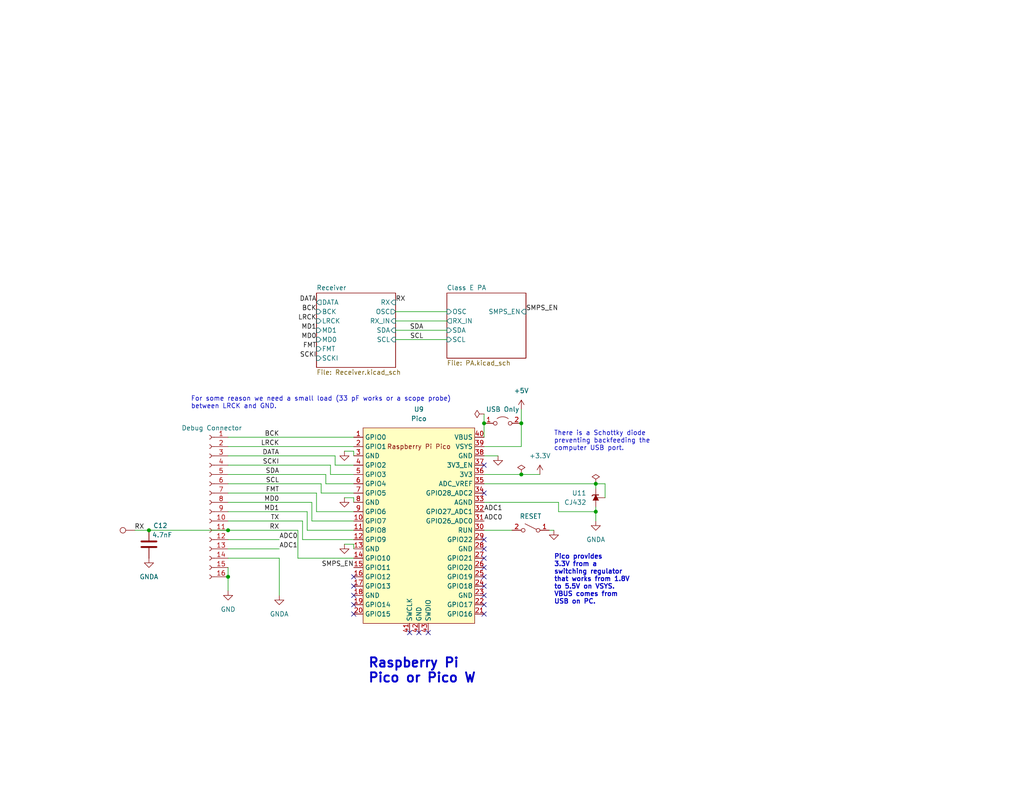
<source format=kicad_sch>
(kicad_sch (version 20230121) (generator eeschema)
  (paper "USLetter")
  (title_block (title "SDR-TRX") (date "2023-11-25") (rev "0.1") (company "Walla Walla University") (comment 1 "Rob Frohne (KL7NA)"))
  (lib_symbols
    (symbol "Connector:Conn_01x16_Socket" (pin_names (offset 1.016) hide)
      (property "Reference" "J" (at 0 20.32 0))
      (property "Value" "Conn_01x16_Socket" (at 0 -22.86 0))
      (symbol "Conn_01x16_Socket_1_1"
        (arc (start 0 -19.812) (mid -0.5058 -20.32) (end 0 -20.828) (stroke (width 0.1524)))
        (arc (start 0 -17.272) (mid -0.5058 -17.78) (end 0 -18.288) (stroke (width 0.1524)))
        (arc (start 0 -14.732) (mid -0.5058 -15.24) (end 0 -15.748) (stroke (width 0.1524)))
        (arc (start 0 -12.192) (mid -0.5058 -12.7) (end 0 -13.208) (stroke (width 0.1524)))
        (arc (start 0 -9.652) (mid -0.5058 -10.16) (end 0 -10.668) (stroke (width 0.1524)))
        (arc (start 0 -7.112) (mid -0.5058 -7.62) (end 0 -8.128) (stroke (width 0.1524)))
        (arc (start 0 -4.572) (mid -0.5058 -5.08) (end 0 -5.588) (stroke (width 0.1524)))
        (arc (start 0 -2.032) (mid -0.5058 -2.54) (end 0 -3.048) (stroke (width 0.1524)))
        (polyline (pts (xy -1.27 -20.32) (xy -0.508 -20.32)) (stroke (width 0.1524)))
        (polyline (pts (xy -1.27 -17.78) (xy -0.508 -17.78)) (stroke (width 0.1524)))
        (polyline (pts (xy -1.27 -15.24) (xy -0.508 -15.24)) (stroke (width 0.1524)))
        (polyline (pts (xy -1.27 -12.7) (xy -0.508 -12.7)) (stroke (width 0.1524)))
        (polyline (pts (xy -1.27 -10.16) (xy -0.508 -10.16)) (stroke (width 0.1524)))
        (polyline (pts (xy -1.27 -7.62) (xy -0.508 -7.62)) (stroke (width 0.1524)))
        (polyline (pts (xy -1.27 -5.08) (xy -0.508 -5.08)) (stroke (width 0.1524)))
        (polyline (pts (xy -1.27 -2.54) (xy -0.508 -2.54)) (stroke (width 0.1524)))
        (polyline (pts (xy -1.27 0) (xy -0.508 0)) (stroke (width 0.1524)))
        (polyline (pts (xy -1.27 2.54) (xy -0.508 2.54)) (stroke (width 0.1524)))
        (polyline (pts (xy -1.27 5.08) (xy -0.508 5.08)) (stroke (width 0.1524)))
        (polyline (pts (xy -1.27 7.62) (xy -0.508 7.62)) (stroke (width 0.1524)))
        (polyline (pts (xy -1.27 10.16) (xy -0.508 10.16)) (stroke (width 0.1524)))
        (polyline (pts (xy -1.27 12.7) (xy -0.508 12.7)) (stroke (width 0.1524)))
        (polyline (pts (xy -1.27 15.24) (xy -0.508 15.24)) (stroke (width 0.1524)))
        (polyline (pts (xy -1.27 17.78) (xy -0.508 17.78)) (stroke (width 0.1524)))
        (arc (start 0 0.508) (mid -0.5058 0) (end 0 -0.508) (stroke (width 0.1524)))
        (arc (start 0 3.048) (mid -0.5058 2.54) (end 0 2.032) (stroke (width 0.1524)))
        (arc (start 0 5.588) (mid -0.5058 5.08) (end 0 4.572) (stroke (width 0.1524)))
        (arc (start 0 8.128) (mid -0.5058 7.62) (end 0 7.112) (stroke (width 0.1524)))
        (arc (start 0 10.668) (mid -0.5058 10.16) (end 0 9.652) (stroke (width 0.1524)))
        (arc (start 0 13.208) (mid -0.5058 12.7) (end 0 12.192) (stroke (width 0.1524)))
        (arc (start 0 15.748) (mid -0.5058 15.24) (end 0 14.732) (stroke (width 0.1524)))
        (arc (start 0 18.288) (mid -0.5058 17.78) (end 0 17.272) (stroke (width 0.1524)))
        (pin passive line (at -5.08 17.78 0) (length 3.81) (name "Pin_1") (number "1"))
        (pin passive line (at -5.08 -5.08 0) (length 3.81) (name "Pin_10") (number "10"))
        (pin passive line (at -5.08 -7.62 0) (length 3.81) (name "Pin_11") (number "11"))
        (pin passive line (at -5.08 -10.16 0) (length 3.81) (name "Pin_12") (number "12"))
        (pin passive line (at -5.08 -12.7 0) (length 3.81) (name "Pin_13") (number "13"))
        (pin passive line (at -5.08 -15.24 0) (length 3.81) (name "Pin_14") (number "14"))
        (pin passive line (at -5.08 -17.78 0) (length 3.81) (name "Pin_15") (number "15"))
        (pin passive line (at -5.08 -20.32 0) (length 3.81) (name "Pin_16") (number "16"))
        (pin passive line (at -5.08 15.24 0) (length 3.81) (name "Pin_2") (number "2"))
        (pin passive line (at -5.08 12.7 0) (length 3.81) (name "Pin_3") (number "3"))
        (pin passive line (at -5.08 10.16 0) (length 3.81) (name "Pin_4") (number "4"))
        (pin passive line (at -5.08 7.62 0) (length 3.81) (name "Pin_5") (number "5"))
        (pin passive line (at -5.08 5.08 0) (length 3.81) (name "Pin_6") (number "6"))
        (pin passive line (at -5.08 2.54 0) (length 3.81) (name "Pin_7") (number "7"))
        (pin passive line (at -5.08 0 0) (length 3.81) (name "Pin_8") (number "8"))
        (pin passive line (at -5.08 -2.54 0) (length 3.81) (name "Pin_9") (number "9"))
      )
    )
    (symbol "Connector:TestPoint" (pin_numbers hide) (pin_names (offset 0.762) hide)
      (property "Reference" "TP" (at 0 6.858 0))
      (property "Value" "TestPoint" (at 0 5.08 0))
      (symbol "TestPoint_0_1"
        (circle (center 0 3.302) (radius 0.762))
      )
      (symbol "TestPoint_1_1"
        (pin passive line (at 0 0 90) (length 2.54) (name "1") (number "1"))
      )
    )
    (symbol "Device:C" (pin_numbers hide) (pin_names (offset 0.254))
      (property "Reference" "C" (at 0.635 2.54 0))
      (property "Value" "C" (at 0.635 -2.54 0))
      (symbol "C_0_1"
        (polyline (pts (xy -2.032 -0.762) (xy 2.032 -0.762)) (stroke (width 0.508)))
        (polyline (pts (xy -2.032 0.762) (xy 2.032 0.762)) (stroke (width 0.508)))
      )
      (symbol "C_1_1"
        (pin passive line (at 0 3.81 270) (length 2.794) (name "~") (number "1"))
        (pin passive line (at 0 -3.81 90) (length 2.794) (name "~") (number "2"))
      )
    )
    (symbol "Jumper:Jumper_2_Open" (pin_names (offset 0) hide)
      (property "Reference" "JP" (at 0 2.794 0))
      (property "Value" "Jumper_2_Open" (at 0 -2.286 0))
      (symbol "Jumper_2_Open_0_0"
        (circle (center -2.032 0) (radius 0.508))
        (circle (center 2.032 0) (radius 0.508))
      )
      (symbol "Jumper_2_Open_0_1"
        (arc (start 1.524 1.27) (mid 0 1.778) (end -1.524 1.27))
      )
      (symbol "Jumper_2_Open_1_1"
        (pin passive line (at -5.08 0 0) (length 2.54) (name "A") (number "1"))
        (pin passive line (at 5.08 0 180) (length 2.54) (name "B") (number "2"))
      )
    )
    (symbol "MCU_RaspberryPi_and_Boards:Pico"
      (property "Reference" "U" (at -13.97 27.94 0))
      (property "Value" "Pico" (at 0 19.05 0))
      (symbol "Pico_0_0"
        (text "Raspberry Pi Pico" (at 0 21.59 0) (effects (font (size 1.27 1.27))))
      )
      (symbol "Pico_0_1"
        (rectangle (start -15.24 26.67) (end 15.24 -26.67) (fill (type background)))
      )
      (symbol "Pico_1_1"
        (pin bidirectional line (at -17.78 24.13 0) (length 2.54) (name "GPIO0") (number "1"))
        (pin bidirectional line (at -17.78 1.27 0) (length 2.54) (name "GPIO7") (number "10"))
        (pin bidirectional line (at -17.78 -1.27 0) (length 2.54) (name "GPIO8") (number "11"))
        (pin bidirectional line (at -17.78 -3.81 0) (length 2.54) (name "GPIO9") (number "12"))
        (pin power_in line (at -17.78 -6.35 0) (length 2.54) (name "GND") (number "13"))
        (pin bidirectional line (at -17.78 -8.89 0) (length 2.54) (name "GPIO10") (number "14"))
        (pin bidirectional line (at -17.78 -11.43 0) (length 2.54) (name "GPIO11") (number "15"))
        (pin bidirectional line (at -17.78 -13.97 0) (length 2.54) (name "GPIO12") (number "16"))
        (pin bidirectional line (at -17.78 -16.51 0) (length 2.54) (name "GPIO13") (number "17"))
        (pin power_in line (at -17.78 -19.05 0) (length 2.54) (name "GND") (number "18"))
        (pin bidirectional line (at -17.78 -21.59 0) (length 2.54) (name "GPIO14") (number "19"))
        (pin bidirectional line (at -17.78 21.59 0) (length 2.54) (name "GPIO1") (number "2"))
        (pin bidirectional line (at -17.78 -24.13 0) (length 2.54) (name "GPIO15") (number "20"))
        (pin bidirectional line (at 17.78 -24.13 180) (length 2.54) (name "GPIO16") (number "21"))
        (pin bidirectional line (at 17.78 -21.59 180) (length 2.54) (name "GPIO17") (number "22"))
        (pin power_in line (at 17.78 -19.05 180) (length 2.54) (name "GND") (number "23"))
        (pin bidirectional line (at 17.78 -16.51 180) (length 2.54) (name "GPIO18") (number "24"))
        (pin bidirectional line (at 17.78 -13.97 180) (length 2.54) (name "GPIO19") (number "25"))
        (pin bidirectional line (at 17.78 -11.43 180) (length 2.54) (name "GPIO20") (number "26"))
        (pin bidirectional line (at 17.78 -8.89 180) (length 2.54) (name "GPIO21") (number "27"))
        (pin power_in line (at 17.78 -6.35 180) (length 2.54) (name "GND") (number "28"))
        (pin bidirectional line (at 17.78 -3.81 180) (length 2.54) (name "GPIO22") (number "29"))
        (pin power_in line (at -17.78 19.05 0) (length 2.54) (name "GND") (number "3"))
        (pin input line (at 17.78 -1.27 180) (length 2.54) (name "RUN") (number "30"))
        (pin bidirectional line (at 17.78 1.27 180) (length 2.54) (name "GPIO26_ADC0") (number "31"))
        (pin bidirectional line (at 17.78 3.81 180) (length 2.54) (name "GPIO27_ADC1") (number "32"))
        (pin power_in line (at 17.78 6.35 180) (length 2.54) (name "AGND") (number "33"))
        (pin bidirectional line (at 17.78 8.89 180) (length 2.54) (name "GPIO28_ADC2") (number "34"))
        (pin power_in line (at 17.78 11.43 180) (length 2.54) (name "ADC_VREF") (number "35"))
        (pin power_in line (at 17.78 13.97 180) (length 2.54) (name "3V3") (number "36"))
        (pin input line (at 17.78 16.51 180) (length 2.54) (name "3V3_EN") (number "37"))
        (pin bidirectional line (at 17.78 19.05 180) (length 2.54) (name "GND") (number "38"))
        (pin power_in line (at 17.78 21.59 180) (length 2.54) (name "VSYS") (number "39"))
        (pin bidirectional line (at -17.78 16.51 0) (length 2.54) (name "GPIO2") (number "4"))
        (pin power_in line (at 17.78 24.13 180) (length 2.54) (name "VBUS") (number "40"))
        (pin input line (at -2.54 -29.21 90) (length 2.54) (name "SWCLK") (number "41"))
        (pin power_in line (at 0 -29.21 90) (length 2.54) (name "GND") (number "42"))
        (pin bidirectional line (at 2.54 -29.21 90) (length 2.54) (name "SWDIO") (number "43"))
        (pin bidirectional line (at -17.78 13.97 0) (length 2.54) (name "GPIO3") (number "5"))
        (pin bidirectional line (at -17.78 11.43 0) (length 2.54) (name "GPIO4") (number "6"))
        (pin bidirectional line (at -17.78 8.89 0) (length 2.54) (name "GPIO5") (number "7"))
        (pin power_in line (at -17.78 6.35 0) (length 2.54) (name "GND") (number "8"))
        (pin bidirectional line (at -17.78 3.81 0) (length 2.54) (name "GPIO6") (number "9"))
      )
    )
    (symbol "Reference_Voltage:CJ432" (pin_numbers hide) (pin_names hide)
      (property "Reference" "U" (at -2.54 2.54 0))
      (property "Value" "CJ432" (at 0 -2.54 0))
      (symbol "CJ432_0_1"
        (polyline (pts (xy -1.27 0) (xy 0 0) (xy 1.27 0)))
        (polyline (pts (xy -0.762 0.762) (xy 0.762 0) (xy -0.762 -0.762)) (fill (type outline)))
        (polyline (pts (xy 0.508 -1.016) (xy 0.762 -0.762) (xy 0.762 0.762) (xy 0.762 0.762)) (stroke (width 0.254)))
      )
      (symbol "CJ432_1_1"
        (pin passive line (at 0 2.54 270) (length 2.54) (name "REF") (number "1"))
        (pin passive line (at 2.54 0 180) (length 1.27) (name "K") (number "2"))
        (pin passive line (at -2.54 0 0) (length 1.27) (name "A") (number "3"))
      )
    )
    (symbol "Switch:SW_SPST" (pin_names (offset 0) hide)
      (property "Reference" "SW" (at 0 3.175 0))
      (property "Value" "SW_SPST" (at 0 -2.54 0))
      (symbol "SW_SPST_0_0"
        (circle (center -2.032 0) (radius 0.508))
        (polyline (pts (xy -1.524 0.254) (xy 1.524 1.778)))
        (circle (center 2.032 0) (radius 0.508))
      )
      (symbol "SW_SPST_1_1"
        (pin passive line (at -5.08 0 0) (length 2.54) (name "A") (number "1"))
        (pin passive line (at 5.08 0 180) (length 2.54) (name "B") (number "2"))
      )
    )
    (symbol "power:+3.3V" (power) (pin_names (offset 0))
      (property "Value" "+3.3V" (at 0 3.556 0))
      (symbol "+3.3V_0_1"
        (polyline (pts (xy -0.762 1.27) (xy 0 2.54)))
        (polyline (pts (xy 0 0) (xy 0 2.54)))
        (polyline (pts (xy 0 2.54) (xy 0.762 1.27)))
      )
      (symbol "+3.3V_1_1"
        (pin power_in line (at 0 0 90) (length 0) hide (name "+3.3V") (number "1"))
      )
    )
    (symbol "power:+5V" (power) (pin_names (offset 0))
      (property "Value" "+5V" (at 0 3.556 0))
      (symbol "+5V_0_1"
        (polyline (pts (xy -0.762 1.27) (xy 0 2.54)))
        (polyline (pts (xy 0 0) (xy 0 2.54)))
        (polyline (pts (xy 0 2.54) (xy 0.762 1.27)))
      )
      (symbol "+5V_1_1"
        (pin power_in line (at 0 0 90) (length 0) hide (name "+5V") (number "1"))
      )
    )
    (symbol "power:GND" (power) (pin_names (offset 0))
      (property "Value" "GND" (at 0 -3.81 0))
      (symbol "GND_0_1"
        (polyline (pts (xy 0 0) (xy 0 -1.27) (xy 1.27 -1.27) (xy 0 -2.54) (xy -1.27 -1.27) (xy 0 -1.27)))
      )
      (symbol "GND_1_1"
        (pin power_in line (at 0 0 270) (length 0) hide (name "GND") (number "1"))
      )
    )
    (symbol "power:GNDA" (power) (pin_names (offset 0))
      (property "Value" "GNDA" (at 0 -3.81 0))
      (symbol "GNDA_0_1"
        (polyline (pts (xy 0 0) (xy 0 -1.27) (xy 1.27 -1.27) (xy 0 -2.54) (xy -1.27 -1.27) (xy 0 -1.27)))
      )
      (symbol "GNDA_1_1"
        (pin power_in line (at 0 0 270) (length 0) hide (name "GNDA") (number "1"))
      )
    )
    (symbol "power:PWR_FLAG" (power) (pin_numbers hide) (pin_names (offset 0) hide)
      (property "Value" "PWR_FLAG" (at 0 3.81 0))
      (symbol "PWR_FLAG_0_0"
        (pin power_out line (at 0 0 90) (length 0) (name "pwr") (number "1"))
      )
      (symbol "PWR_FLAG_0_1"
        (polyline (pts (xy 0 0) (xy 0 1.27) (xy -1.016 1.905) (xy 0 2.54) (xy 1.016 1.905) (xy 0 1.27)))
      )
    )
  )
  (junction (at 40.64 144.78))
  (junction (at 162.56 132.08))
  (junction (at 162.56 139.7))
  (junction (at 142.24 115.57))
  (junction (at 62.23 157.48))
  (junction (at 132.08 115.57))
  (junction (at 62.23 144.78))
  (junction (at 142.24 129.54))
  (no_connect (at 132.08 127))
  (no_connect (at 96.52 160.02))
  (no_connect (at 132.08 152.4))
  (no_connect (at 96.52 165.1))
  (no_connect (at 132.08 165.1))
  (no_connect (at 132.08 154.94))
  (no_connect (at 132.08 160.02))
  (no_connect (at 132.08 162.56))
  (no_connect (at 116.84 172.72))
  (no_connect (at 132.08 147.32))
  (no_connect (at 111.76 172.72))
  (no_connect (at 96.52 167.64))
  (no_connect (at 114.3 172.72))
  (no_connect (at 132.08 157.48))
  (no_connect (at 96.52 162.56))
  (no_connect (at 96.52 157.48))
  (no_connect (at 132.08 149.86))
  (no_connect (at 132.08 167.64))
  (no_connect (at 132.08 134.62))
  (wire (pts (xy 162.56 139.7) (xy 162.56 142.24)))
  (wire (pts (xy 62.23 124.46) (xy 91.44 124.46)))
  (wire (pts (xy 90.17 129.54) (xy 90.17 127)))
  (wire (pts (xy 96.52 132.08) (xy 88.9 132.08)))
  (wire (pts (xy 107.95 90.17) (xy 121.92 90.17)))
  (wire (pts (xy 107.95 87.63) (xy 121.92 87.63)))
  (wire (pts (xy 62.23 127) (xy 90.17 127)))
  (wire (pts (xy 62.23 132.08) (xy 87.63 132.08)))
  (wire (pts (xy 96.52 147.32) (xy 82.55 147.32)))
  (wire (pts (xy 132.08 115.57) (xy 132.08 119.38)))
  (wire (pts (xy 83.82 144.78) (xy 83.82 139.7)))
  (wire (pts (xy 93.98 148.59) (xy 96.52 148.59)))
  (wire (pts (xy 81.28 152.4) (xy 81.28 144.78)))
  (wire (pts (xy 85.09 142.24) (xy 85.09 137.16)))
  (wire (pts (xy 96.52 148.59) (xy 96.52 149.86)))
  (wire (pts (xy 62.23 121.92) (xy 96.52 121.92)))
  (wire (pts (xy 132.08 129.54) (xy 142.24 129.54)))
  (wire (pts (xy 96.52 152.4) (xy 81.28 152.4)))
  (wire (pts (xy 142.24 111.76) (xy 142.24 115.57)))
  (wire (pts (xy 151.13 144.78) (xy 149.86 144.78)))
  (wire (pts (xy 87.63 134.62) (xy 87.63 132.08)))
  (wire (pts (xy 93.98 123.19) (xy 96.52 123.19)))
  (wire (pts (xy 142.24 129.54) (xy 147.32 129.54)))
  (wire (pts (xy 86.36 139.7) (xy 86.36 134.62)))
  (wire (pts (xy 152.4 137.16) (xy 152.4 139.7)))
  (wire (pts (xy 40.64 144.78) (xy 62.23 144.78)))
  (wire (pts (xy 107.95 92.71) (xy 121.92 92.71)))
  (wire (pts (xy 96.52 134.62) (xy 87.63 134.62)))
  (wire (pts (xy 91.44 127) (xy 91.44 124.46)))
  (wire (pts (xy 165.1 132.08) (xy 162.56 132.08)))
  (wire (pts (xy 62.23 134.62) (xy 86.36 134.62)))
  (wire (pts (xy 62.23 147.32) (xy 76.2 147.32)))
  (wire (pts (xy 132.08 144.78) (xy 139.7 144.78)))
  (wire (pts (xy 90.17 129.54) (xy 96.52 129.54)))
  (wire (pts (xy 165.1 135.89) (xy 165.1 132.08)))
  (wire (pts (xy 96.52 123.19) (xy 96.52 124.46)))
  (wire (pts (xy 62.23 142.24) (xy 82.55 142.24)))
  (wire (pts (xy 96.52 135.89) (xy 96.52 137.16)))
  (wire (pts (xy 162.56 132.08) (xy 162.56 133.35)))
  (wire (pts (xy 62.23 119.38) (xy 96.52 119.38)))
  (wire (pts (xy 132.08 137.16) (xy 152.4 137.16)))
  (wire (pts (xy 96.52 142.24) (xy 85.09 142.24)))
  (wire (pts (xy 62.23 157.48) (xy 62.23 161.29)))
  (wire (pts (xy 62.23 139.7) (xy 83.82 139.7)))
  (wire (pts (xy 96.52 139.7) (xy 86.36 139.7)))
  (wire (pts (xy 162.56 138.43) (xy 162.56 139.7)))
  (wire (pts (xy 62.23 152.4) (xy 76.2 152.4)))
  (wire (pts (xy 132.08 113.03) (xy 132.08 115.57)))
  (wire (pts (xy 76.2 152.4) (xy 76.2 162.56)))
  (wire (pts (xy 107.95 85.09) (xy 121.92 85.09)))
  (wire (pts (xy 132.08 121.92) (xy 142.24 121.92)))
  (wire (pts (xy 142.24 115.57) (xy 142.24 121.92)))
  (wire (pts (xy 96.52 127) (xy 91.44 127)))
  (wire (pts (xy 62.23 154.94) (xy 62.23 157.48)))
  (wire (pts (xy 62.23 149.86) (xy 76.2 149.86)))
  (wire (pts (xy 62.23 137.16) (xy 85.09 137.16)))
  (wire (pts (xy 62.23 129.54) (xy 88.9 129.54)))
  (wire (pts (xy 96.52 144.78) (xy 83.82 144.78)))
  (wire (pts (xy 62.23 144.78) (xy 81.28 144.78)))
  (wire (pts (xy 93.98 135.89) (xy 96.52 135.89)))
  (wire (pts (xy 82.55 147.32) (xy 82.55 142.24)))
  (wire (pts (xy 152.4 139.7) (xy 162.56 139.7)))
  (wire (pts (xy 135.89 124.46) (xy 132.08 124.46)))
  (wire (pts (xy 132.08 132.08) (xy 162.56 132.08)))
  (wire (pts (xy 88.9 132.08) (xy 88.9 129.54)))
  (wire (pts (xy 36.83 144.78) (xy 40.64 144.78)))
  (text "Pico provides\n3.3V from a \nswitching regulator\nthat works from 1.8V\nto 5.5V on VSYS.\nVBUS comes from \nUSB on PC." (at 151.13 165.1 0) (effects (font (size 1.27 1.27) bold) (justify left bottom)))
  (text "Raspberry Pi \nPico or Pico W" (at 100.33 186.69 0) (effects (font (size 2.54 2.54) (thickness 0.508) bold) (justify left bottom)))
  (text "For some reason we need a small load (33 pF works or a scope probe)\nbetween LRCK and GND." (at 52.07 111.76 0) (effects (font (size 1.27 1.27)) (justify left bottom)))
  (text "There is a Schottky diode\npreventing backfeeding the\ncomputer USB port." (at 151.13 123.19 0) (effects (font (size 1.27 1.27)) (justify left bottom)))
  (label "MD0" (at 76.2 137.16 180))
  (label "FMT" (at 86.36 95.25 180))
  (label "MD1" (at 76.2 139.7 180))
  (label "MD1" (at 86.36 90.17 180))
  (label "ADC1" (at 76.2 149.86 0))
  (label "BCK" (at 76.2 119.38 180))
  (label "SCKI" (at 86.36 97.79 180))
  (label "LRCK" (at 86.36 87.63 180))
  (label "SMPS_EN" (at 96.52 154.94 180))
  (label "RX" (at 76.2 144.78 180))
  (label "ADC0" (at 132.08 142.24 0))
  (label "SCL" (at 115.57 92.71 180))
  (label "FMT" (at 76.2 134.62 180))
  (label "DATA" (at 86.36 82.55 180))
  (label "RX" (at 39.37 144.78 180))
  (label "ADC1" (at 132.08 139.7 0))
  (label "SDA" (at 115.57 90.17 180))
  (label "SCL" (at 76.2 132.08 180))
  (label "DATA" (at 76.2 124.46 180))
  (label "ADC0" (at 76.2 147.32 0))
  (label "SMPS_EN" (at 143.51 85.09 0))
  (label "SDA" (at 76.2 129.54 180))
  (label "RX" (at 107.95 82.55 0))
  (label "TX" (at 76.2 142.24 180))
  (label "LRCK" (at 76.2 121.92 180))
  (label "MD0" (at 86.36 92.71 180))
  (label "SCKI" (at 76.2 127 180))
  (label "BCK" (at 86.36 85.09 180))
  (symbol (lib_id "power:GND") (at 135.89 124.46 0) (mirror y) (unit 1)
    (property "Reference" "#PWR091" (effects hide))
    (property "Value" "GND" (effects hide))
  )
  (symbol (lib_id "Jumper:Jumper_2_Open") (at 137.16 115.57 0) (unit 1)
    (property "Reference" "JP12" (effects hide))
    (property "Value" "USB Only" (at 137.16 111.76 0))
    (property "Footprint" "Jumper:SolderJumper-2_P1.3mm_Open_RoundedPad1.0x1.5mm" (effects hide))
  )
  (symbol (lib_id "power:GND") (at 93.98 123.19 0) (unit 1)
    (property "Reference" "#PWR079" (effects hide))
    (property "Value" "GND" (effects hide))
  )
  (symbol (lib_id "power:GNDA") (at 40.64 152.4 0) (mirror y) (unit 1)
    (property "Reference" "#PWR093" (effects hide))
    (property "Value" "GNDA" (at 40.64 157.48 0))
  )
  (symbol (lib_id "power:GNDA") (at 162.56 142.24 0) (unit 1)
    (property "Reference" "#PWR010" (effects hide))
    (property "Value" "GNDA" (at 162.56 147.32 0))
  )
  (symbol (lib_id "Connector:Conn_01x16_Socket") (at 57.15 137.16 0) (mirror y) (unit 1)
    (property "Reference" "J1" (effects hide))
    (property "Value" "Debug Connector" (at 57.785 116.84 0))
    (property "Footprint" "Connector_PinHeader_2.54mm:PinHeader_1x16_P2.54mm_Vertical" (effects hide))
  )
  (symbol (lib_id "Switch:SW_SPST") (at 144.78 144.78 0) (mirror y) (unit 1)
    (property "Reference" "SW2" (effects hide))
    (property "Value" "RESET" (at 144.78 140.97 0))
    (property "Footprint" "Button_Switch_SMD:SW_Push_1P1T_XKB_TS-1187A" (effects hide))
    (property "Datasheet" "https://datasheet.lcsc.com/lcsc/2304140030_XKB-Connectivity-TS-1187A-B-A-B_C318884.pdf" (effects hide))
    (property "LCSC" "C318884" (effects hide))
  )
  (symbol (lib_id "power:GND") (at 151.13 144.78 0) (mirror y) (unit 1)
    (property "Reference" "#PWR092" (effects hide))
    (property "Value" "GND" (effects hide))
  )
  (symbol (lib_id "power:+3.3V") (at 147.32 129.54 0) (unit 1)
    (property "Reference" "#PWR096" (effects hide))
    (property "Value" "+3.3V" (at 147.32 124.46 0))
  )
  (symbol (lib_id "Reference_Voltage:CJ432") (at 162.56 135.89 270) (mirror x) (unit 1)
    (property "Reference" "U11" (at 160.02 134.62 90) (effects (justify right)))
    (property "Value" "CJ432" (at 160.02 137.16 90) (effects (justify right)))
    (property "Footprint" "Package_TO_SOT_SMD:SOT-23" (effects hide))
    (property "Datasheet" "https://datasheet.lcsc.com/lcsc/2304140030_Jiangsu-Changjing-Electronics-Technology-Co---Ltd--CJ431_C3113.pdf" (effects hide))
    (property "JLCPCB Rotation Offset" "180" (effects hide))
  )
  (symbol (lib_id "power:PWR_FLAG") (at 142.24 129.54 0) (unit 1)
    (property "Reference" "#FLG08" (effects hide))
    (property "Value" "PWR_FLAG" (effects hide))
  )
  (symbol (lib_id "power:+5V") (at 142.24 111.76 0) (unit 1)
    (property "Reference" "#PWR095" (effects hide))
    (property "Value" "+5V" (at 142.24 106.68 0))
  )
  (symbol (lib_id "power:PWR_FLAG") (at 162.56 132.08 0) (mirror y) (unit 1)
    (property "Reference" "#FLG010" (effects hide))
    (property "Value" "PWR_FLAG" (effects hide))
  )
  (symbol (lib_id "MCU_RaspberryPi_and_Boards:Pico") (at 114.3 143.51 0) (unit 1)
    (property "Reference" "U9" (at 114.3 111.76 0))
    (property "Value" "Pico" (at 114.3 114.3 0))
    (property "Footprint" "MCU_RaspberryPi_and_Boards:RPi_Pico_SMD_TH" (effects hide))
    (property "Datasheet" "https://datasheets.raspberrypi.com/picow/pico-w-datasheet.pdf" (effects hide))
  )
  (symbol (lib_id "power:GNDA") (at 76.2 162.56 0) (unit 1)
    (property "Reference" "#PWR077" (effects hide))
    (property "Value" "GNDA" (at 76.2 167.64 0))
  )
  (symbol (lib_id "power:GND") (at 93.98 148.59 0) (unit 1)
    (property "Reference" "#PWR080" (effects hide))
    (property "Value" "GND" (effects hide))
  )
  (symbol (lib_id "power:PWR_FLAG") (at 132.08 113.03 90) (mirror x) (unit 1)
    (property "Reference" "#FLG09" (effects hide))
    (property "Value" "PWR_FLAG" (effects hide))
  )
  (symbol (lib_id "Device:C") (at 40.64 148.59 0) (mirror x) (unit 1)
    (property "Reference" "C12" (at 45.72 143.51 0) (effects (justify right)))
    (property "Value" "4.7nF" (at 46.99 146.05 0) (effects (justify right)))
    (property "Footprint" "Capacitor_SMD:C_0603_1608Metric" (effects hide))
    (property "Datasheet" "https://datasheet.lcsc.com/lcsc/2304140030_Murata-Electronics-GCM1885C1H472FA16D_C883564.pdf" (effects hide))
    (property "LCSC" "C883564" (effects hide))
  )
  (symbol (lib_id "power:GND") (at 62.23 161.29 0) (unit 1)
    (property "Reference" "#PWR060" (effects hide))
    (property "Value" "GND" (at 62.23 166.37 0))
  )
  (symbol (lib_id "Connector:TestPoint") (at 36.83 144.78 90) (unit 1)
    (property "Reference" "TP17" (effects hide))
    (property "Value" "RX" (effects hide))
    (property "Footprint" "TestPoint:TestPoint_Keystone_5000-5004_Miniature" (effects hide))
  )
  (symbol (lib_id "power:GND") (at 93.98 135.89 0) (unit 1)
    (property "Reference" "#PWR078" (effects hide))
    (property "Value" "GND" (effects hide))
  )
  (sheet (at 121.92 80.01) (size 21.59 17.78) (stroke (width 0.1524))
    (property "Sheetname" "Class E PA" (at 121.92 79.2984 0) (effects (justify left bottom)))
    (property "Sheetfile" "PA.kicad_sch" (at 121.92 98.3746 0) (effects (justify left top)))
    (pin "SCL" input (at 121.92 92.71 180))
    (pin "SDA" input (at 121.92 90.17 180))
    (pin "OSC" input (at 121.92 85.09 180))
    (pin "RX_IN" output (at 121.92 87.63 180))
    (pin "SMPS_EN" input (at 143.51 85.09 0))
  )
  (sheet (at 86.36 80.01) (size 21.59 20.32) (stroke (width 0.1524))
    (property "Sheetname" "Receiver" (at 86.36 79.2984 0) (effects (justify left bottom)))
    (property "Sheetfile" "Receiver.kicad_sch" (at 86.36 100.9146 0) (effects (justify left top)))
    (pin "OSC" output (at 107.95 85.09 0))
    (pin "RX_IN" input (at 107.95 87.63 0))
    (pin "SDA" input (at 107.95 90.17 0))
    (pin "SCL" input (at 107.95 92.71 0))
    (pin "RX" input (at 107.95 82.55 0))
    (pin "BCK" input (at 86.36 85.09 180))
    (pin "LRCK" input (at 86.36 87.63 180))
    (pin "MD1" input (at 86.36 90.17 180))
    (pin "SCKI" input (at 86.36 97.79 180))
    (pin "DATA" output (at 86.36 82.55 180))
    (pin "FMT" input (at 86.36 95.25 180))
    (pin "MD0" input (at 86.36 92.71 180))
  )
)
</source>
